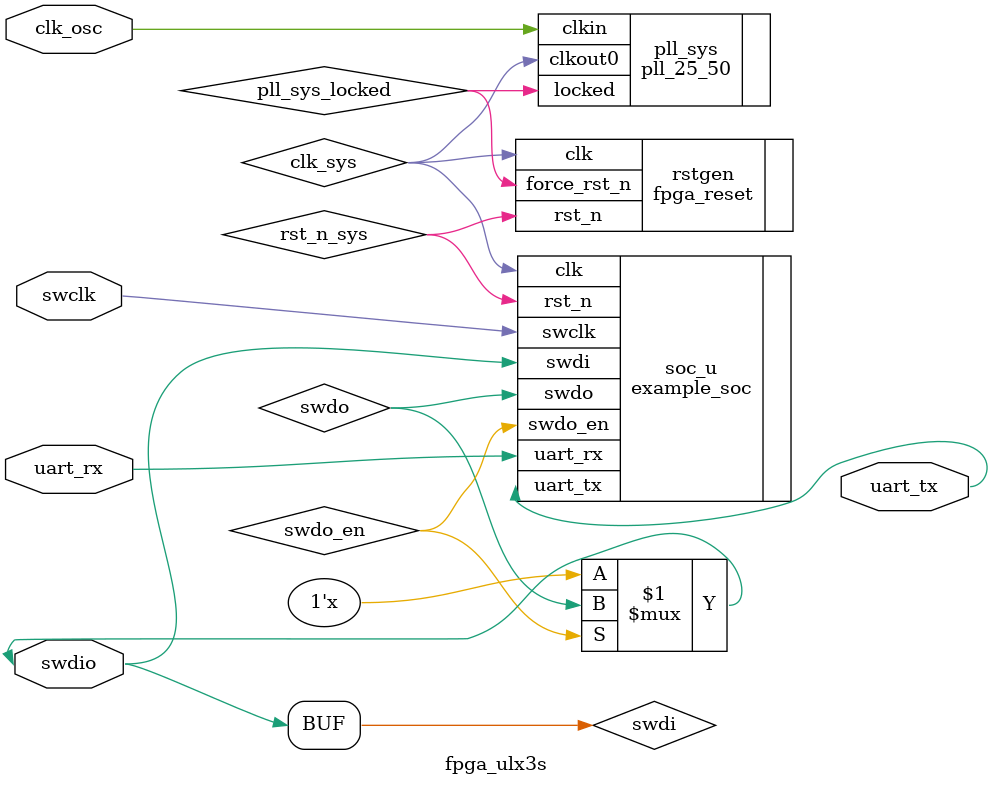
<source format=v>
/*****************************************************************************\
|                        Copyright (C) 2023 Luke Wren                         |
|                     SPDX-License-Identifier: Apache-2.0                     |
\*****************************************************************************/

`default_nettype none

module fpga_ulx3s (
	input  wire       clk_osc,

	input  wire       swclk,
	inout  wire       swdio,

	output wire       uart_tx,
	input  wire       uart_rx
);

wire clk_sys;
wire pll_sys_locked;
wire rst_n_sys;

pll_25_50 pll_sys (
	.clkin   (clk_osc),
	.clkout0 (clk_sys),
	.locked  (pll_sys_locked)
);

fpga_reset #(
	.SHIFT (3)
) rstgen (
	.clk         (clk_sys),
	.force_rst_n (pll_sys_locked),
	.rst_n       (rst_n_sys)
);

wire swclk;
wire swdi;
wire swdo;
wire swdo_en;

example_soc #(
	.SRAM_DEPTH         (1 << 15),
	.CLK_MHZ            (50)
) soc_u (
	.clk     (clk_sys),
	.rst_n   (rst_n_sys),

	.swclk   (swclk),
	.swdi    (swdi),
	.swdo    (swdo),
	.swdo_en (swdo_en),

	.uart_tx (uart_tx),
	.uart_rx (uart_rx)
);

// TODO There is supposed to be a pullup on SWDIO, though things should work
// without it

assign swdio = swdo_en ? swdo : 1'bz;
assign swdi = swdio;

endmodule

</source>
